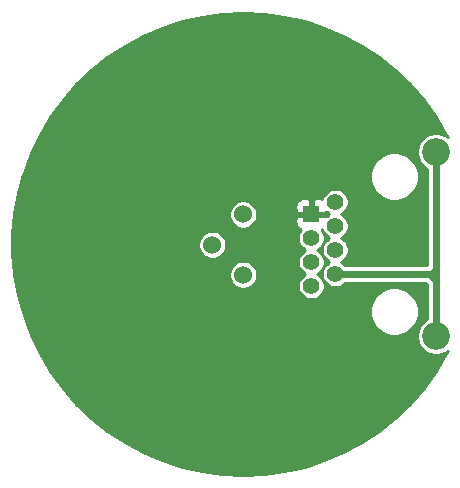
<source format=gbr>
%TF.GenerationSoftware,KiCad,Pcbnew,(5.1.8-0-10_14)*%
%TF.CreationDate,2021-03-11T09:36:11+11:00*%
%TF.ProjectId,Sensor,53656e73-6f72-42e6-9b69-6361645f7063,rev?*%
%TF.SameCoordinates,Original*%
%TF.FileFunction,Copper,L1,Top*%
%TF.FilePolarity,Positive*%
%FSLAX46Y46*%
G04 Gerber Fmt 4.6, Leading zero omitted, Abs format (unit mm)*
G04 Created by KiCad (PCBNEW (5.1.8-0-10_14)) date 2021-03-11 09:36:11*
%MOMM*%
%LPD*%
G01*
G04 APERTURE LIST*
%TA.AperFunction,ComponentPad*%
%ADD10C,1.524000*%
%TD*%
%TA.AperFunction,ComponentPad*%
%ADD11C,2.355000*%
%TD*%
%TA.AperFunction,ComponentPad*%
%ADD12C,1.398000*%
%TD*%
%TA.AperFunction,ComponentPad*%
%ADD13R,1.398000X1.398000*%
%TD*%
%TA.AperFunction,ViaPad*%
%ADD14C,0.800000*%
%TD*%
%TA.AperFunction,Conductor*%
%ADD15C,0.600000*%
%TD*%
%TA.AperFunction,Conductor*%
%ADD16C,0.254000*%
%TD*%
%TA.AperFunction,Conductor*%
%ADD17C,0.100000*%
%TD*%
G04 APERTURE END LIST*
D10*
%TO.P,D1,2*%
%TO.N,/AnalogGND*%
X208000000Y-83660000D03*
%TO.P,D1,3*%
%TO.N,Net-(C2-Pad2)*%
X210600000Y-86200000D03*
%TO.P,D1,1*%
%TO.N,/AnalogGND*%
X210600000Y-81100000D03*
%TD*%
D11*
%TO.P,J1,S2*%
%TO.N,/SensorGND*%
X226910000Y-75800000D03*
%TO.P,J1,S1*%
X226910000Y-91400000D03*
D12*
%TO.P,J1,8*%
X218400000Y-86135000D03*
%TO.P,J1,7*%
%TO.N,Net-(J1-Pad7)*%
X216370000Y-87155000D03*
%TO.P,J1,6*%
%TO.N,/Fout*%
X216370000Y-85125000D03*
%TO.P,J1,5*%
%TO.N,Net-(J1-Pad5)*%
X216370000Y-83095000D03*
%TO.P,J1,4*%
%TO.N,/AnalogGND*%
X218400000Y-84105000D03*
%TO.P,J1,3*%
%TO.N,Net-(J1-Pad3)*%
X218400000Y-82075000D03*
%TO.P,J1,2*%
%TO.N,Net-(J1-Pad2)*%
X218400000Y-80045000D03*
D13*
%TO.P,J1,1*%
%TO.N,/3.3V*%
X216370000Y-81065000D03*
%TD*%
D14*
%TO.N,/3.3V*%
X212600000Y-88800000D03*
X209200000Y-88600000D03*
%TD*%
D15*
%TO.N,/SensorGND*%
X218400000Y-86135000D02*
X226335000Y-86135000D01*
X226910000Y-86710000D02*
X226910000Y-91400000D01*
X226335000Y-86135000D02*
X226910000Y-86710000D01*
X226485000Y-86135000D02*
X226910000Y-85710000D01*
X226335000Y-86135000D02*
X226485000Y-86135000D01*
X226910000Y-85710000D02*
X226910000Y-75800000D01*
X226910000Y-86710000D02*
X226910000Y-85710000D01*
%TD*%
D16*
%TO.N,/3.3V*%
X212352269Y-64130695D02*
X214090430Y-64366144D01*
X215800488Y-64756454D01*
X217468675Y-65298481D01*
X219081559Y-65987861D01*
X220626155Y-66819043D01*
X222090026Y-67785336D01*
X223461386Y-68878959D01*
X224729194Y-70091107D01*
X225883242Y-71412021D01*
X226914238Y-72831066D01*
X227813881Y-74336815D01*
X227911459Y-74539439D01*
X227670016Y-74378111D01*
X227378015Y-74257161D01*
X227068029Y-74195500D01*
X226751971Y-74195500D01*
X226441985Y-74257161D01*
X226149984Y-74378111D01*
X225887191Y-74553704D01*
X225663704Y-74777191D01*
X225488111Y-75039984D01*
X225367161Y-75331985D01*
X225305500Y-75641971D01*
X225305500Y-75958029D01*
X225367161Y-76268015D01*
X225488111Y-76560016D01*
X225663704Y-76822809D01*
X225887191Y-77046296D01*
X226149984Y-77221889D01*
X226183001Y-77235565D01*
X226183000Y-85408000D01*
X219265404Y-85408000D01*
X219117783Y-85260379D01*
X218933361Y-85137152D01*
X218891952Y-85120000D01*
X218933361Y-85102848D01*
X219117783Y-84979621D01*
X219274621Y-84822783D01*
X219397848Y-84638361D01*
X219482728Y-84433442D01*
X219526000Y-84215901D01*
X219526000Y-83994099D01*
X219482728Y-83776558D01*
X219397848Y-83571639D01*
X219274621Y-83387217D01*
X219117783Y-83230379D01*
X218933361Y-83107152D01*
X218891952Y-83090000D01*
X218933361Y-83072848D01*
X219117783Y-82949621D01*
X219274621Y-82792783D01*
X219397848Y-82608361D01*
X219482728Y-82403442D01*
X219526000Y-82185901D01*
X219526000Y-81964099D01*
X219482728Y-81746558D01*
X219397848Y-81541639D01*
X219274621Y-81357217D01*
X219117783Y-81200379D01*
X218933361Y-81077152D01*
X218891952Y-81060000D01*
X218933361Y-81042848D01*
X219117783Y-80919621D01*
X219274621Y-80762783D01*
X219397848Y-80578361D01*
X219482728Y-80373442D01*
X219526000Y-80155901D01*
X219526000Y-79934099D01*
X219482728Y-79716558D01*
X219397848Y-79511639D01*
X219274621Y-79327217D01*
X219117783Y-79170379D01*
X218933361Y-79047152D01*
X218728442Y-78962272D01*
X218510901Y-78919000D01*
X218289099Y-78919000D01*
X218071558Y-78962272D01*
X217866639Y-79047152D01*
X217682217Y-79170379D01*
X217525379Y-79327217D01*
X217402152Y-79511639D01*
X217317272Y-79716558D01*
X217305795Y-79774258D01*
X217193482Y-79740188D01*
X217069000Y-79727928D01*
X216655750Y-79731000D01*
X216497000Y-79889750D01*
X216497000Y-80938000D01*
X217545250Y-80938000D01*
X217622923Y-80860327D01*
X217682217Y-80919621D01*
X217866639Y-81042848D01*
X217908048Y-81060000D01*
X217866639Y-81077152D01*
X217682217Y-81200379D01*
X217617923Y-81264673D01*
X217545250Y-81192000D01*
X216497000Y-81192000D01*
X216497000Y-81212000D01*
X216243000Y-81212000D01*
X216243000Y-81192000D01*
X215194750Y-81192000D01*
X215036000Y-81350750D01*
X215032928Y-81764000D01*
X215045188Y-81888482D01*
X215081498Y-82008180D01*
X215140463Y-82118494D01*
X215219815Y-82215185D01*
X215316506Y-82294537D01*
X215426820Y-82353502D01*
X215497618Y-82374978D01*
X215495379Y-82377217D01*
X215372152Y-82561639D01*
X215287272Y-82766558D01*
X215244000Y-82984099D01*
X215244000Y-83205901D01*
X215287272Y-83423442D01*
X215372152Y-83628361D01*
X215495379Y-83812783D01*
X215652217Y-83969621D01*
X215836639Y-84092848D01*
X215878048Y-84110000D01*
X215836639Y-84127152D01*
X215652217Y-84250379D01*
X215495379Y-84407217D01*
X215372152Y-84591639D01*
X215287272Y-84796558D01*
X215244000Y-85014099D01*
X215244000Y-85235901D01*
X215287272Y-85453442D01*
X215372152Y-85658361D01*
X215495379Y-85842783D01*
X215652217Y-85999621D01*
X215836639Y-86122848D01*
X215878048Y-86140000D01*
X215836639Y-86157152D01*
X215652217Y-86280379D01*
X215495379Y-86437217D01*
X215372152Y-86621639D01*
X215287272Y-86826558D01*
X215244000Y-87044099D01*
X215244000Y-87265901D01*
X215287272Y-87483442D01*
X215372152Y-87688361D01*
X215495379Y-87872783D01*
X215652217Y-88029621D01*
X215836639Y-88152848D01*
X216041558Y-88237728D01*
X216259099Y-88281000D01*
X216480901Y-88281000D01*
X216698442Y-88237728D01*
X216903361Y-88152848D01*
X217087783Y-88029621D01*
X217244621Y-87872783D01*
X217367848Y-87688361D01*
X217452728Y-87483442D01*
X217496000Y-87265901D01*
X217496000Y-87044099D01*
X217452728Y-86826558D01*
X217367848Y-86621639D01*
X217244621Y-86437217D01*
X217087783Y-86280379D01*
X216903361Y-86157152D01*
X216861952Y-86140000D01*
X216903361Y-86122848D01*
X217087783Y-85999621D01*
X217244621Y-85842783D01*
X217367848Y-85658361D01*
X217452728Y-85453442D01*
X217496000Y-85235901D01*
X217496000Y-85014099D01*
X217452728Y-84796558D01*
X217367848Y-84591639D01*
X217244621Y-84407217D01*
X217087783Y-84250379D01*
X216903361Y-84127152D01*
X216861952Y-84110000D01*
X216903361Y-84092848D01*
X217087783Y-83969621D01*
X217244621Y-83812783D01*
X217367848Y-83628361D01*
X217452728Y-83423442D01*
X217496000Y-83205901D01*
X217496000Y-82984099D01*
X217452728Y-82766558D01*
X217367848Y-82561639D01*
X217244621Y-82377217D01*
X217242382Y-82374978D01*
X217307671Y-82355173D01*
X217317272Y-82403442D01*
X217402152Y-82608361D01*
X217525379Y-82792783D01*
X217682217Y-82949621D01*
X217866639Y-83072848D01*
X217908048Y-83090000D01*
X217866639Y-83107152D01*
X217682217Y-83230379D01*
X217525379Y-83387217D01*
X217402152Y-83571639D01*
X217317272Y-83776558D01*
X217274000Y-83994099D01*
X217274000Y-84215901D01*
X217317272Y-84433442D01*
X217402152Y-84638361D01*
X217525379Y-84822783D01*
X217682217Y-84979621D01*
X217866639Y-85102848D01*
X217908048Y-85120000D01*
X217866639Y-85137152D01*
X217682217Y-85260379D01*
X217525379Y-85417217D01*
X217402152Y-85601639D01*
X217317272Y-85806558D01*
X217274000Y-86024099D01*
X217274000Y-86245901D01*
X217317272Y-86463442D01*
X217402152Y-86668361D01*
X217525379Y-86852783D01*
X217682217Y-87009621D01*
X217866639Y-87132848D01*
X218071558Y-87217728D01*
X218289099Y-87261000D01*
X218510901Y-87261000D01*
X218728442Y-87217728D01*
X218933361Y-87132848D01*
X219117783Y-87009621D01*
X219265404Y-86862000D01*
X226033867Y-86862000D01*
X226183000Y-87011133D01*
X226183001Y-89964435D01*
X226149984Y-89978111D01*
X225887191Y-90153704D01*
X225663704Y-90377191D01*
X225488111Y-90639984D01*
X225367161Y-90931985D01*
X225305500Y-91241971D01*
X225305500Y-91558029D01*
X225367161Y-91868015D01*
X225488111Y-92160016D01*
X225663704Y-92422809D01*
X225887191Y-92646296D01*
X226149984Y-92821889D01*
X226441985Y-92942839D01*
X226751971Y-93004500D01*
X227068029Y-93004500D01*
X227378015Y-92942839D01*
X227670016Y-92821889D01*
X227911459Y-92660561D01*
X227813881Y-92863185D01*
X226914238Y-94368934D01*
X225883242Y-95787979D01*
X224729194Y-97108893D01*
X223461386Y-98321041D01*
X222090026Y-99414664D01*
X220626155Y-100380957D01*
X219081559Y-101212139D01*
X217468675Y-101901519D01*
X215800488Y-102443546D01*
X214090430Y-102833856D01*
X212352269Y-103069305D01*
X210600000Y-103148000D01*
X208847731Y-103069305D01*
X207109570Y-102833856D01*
X205399512Y-102443546D01*
X203731325Y-101901519D01*
X202118441Y-101212139D01*
X200573845Y-100380957D01*
X199109974Y-99414664D01*
X197738614Y-98321041D01*
X196470806Y-97108893D01*
X195316758Y-95787979D01*
X194285762Y-94368934D01*
X193386119Y-92863185D01*
X192625071Y-91282853D01*
X192008747Y-89640664D01*
X191863093Y-89112896D01*
X221348000Y-89112896D01*
X221348000Y-89517104D01*
X221426857Y-89913546D01*
X221581541Y-90286987D01*
X221806107Y-90623074D01*
X222091926Y-90908893D01*
X222428013Y-91133459D01*
X222801454Y-91288143D01*
X223197896Y-91367000D01*
X223602104Y-91367000D01*
X223998546Y-91288143D01*
X224371987Y-91133459D01*
X224708074Y-90908893D01*
X224993893Y-90623074D01*
X225218459Y-90286987D01*
X225373143Y-89913546D01*
X225452000Y-89517104D01*
X225452000Y-89112896D01*
X225373143Y-88716454D01*
X225218459Y-88343013D01*
X224993893Y-88006926D01*
X224708074Y-87721107D01*
X224371987Y-87496541D01*
X223998546Y-87341857D01*
X223602104Y-87263000D01*
X223197896Y-87263000D01*
X222801454Y-87341857D01*
X222428013Y-87496541D01*
X222091926Y-87721107D01*
X221806107Y-88006926D01*
X221581541Y-88343013D01*
X221426857Y-88716454D01*
X221348000Y-89112896D01*
X191863093Y-89112896D01*
X191542109Y-87949839D01*
X191228914Y-86223992D01*
X191216215Y-86082894D01*
X209411000Y-86082894D01*
X209411000Y-86317106D01*
X209456693Y-86546818D01*
X209546322Y-86763203D01*
X209676443Y-86957943D01*
X209842057Y-87123557D01*
X210036797Y-87253678D01*
X210253182Y-87343307D01*
X210482894Y-87389000D01*
X210717106Y-87389000D01*
X210946818Y-87343307D01*
X211163203Y-87253678D01*
X211357943Y-87123557D01*
X211523557Y-86957943D01*
X211653678Y-86763203D01*
X211743307Y-86546818D01*
X211789000Y-86317106D01*
X211789000Y-86082894D01*
X211743307Y-85853182D01*
X211653678Y-85636797D01*
X211523557Y-85442057D01*
X211357943Y-85276443D01*
X211163203Y-85146322D01*
X210946818Y-85056693D01*
X210717106Y-85011000D01*
X210482894Y-85011000D01*
X210253182Y-85056693D01*
X210036797Y-85146322D01*
X209842057Y-85276443D01*
X209676443Y-85442057D01*
X209546322Y-85636797D01*
X209456693Y-85853182D01*
X209411000Y-86082894D01*
X191216215Y-86082894D01*
X191071684Y-84477018D01*
X191071684Y-83542894D01*
X206811000Y-83542894D01*
X206811000Y-83777106D01*
X206856693Y-84006818D01*
X206946322Y-84223203D01*
X207076443Y-84417943D01*
X207242057Y-84583557D01*
X207436797Y-84713678D01*
X207653182Y-84803307D01*
X207882894Y-84849000D01*
X208117106Y-84849000D01*
X208346818Y-84803307D01*
X208563203Y-84713678D01*
X208757943Y-84583557D01*
X208923557Y-84417943D01*
X209053678Y-84223203D01*
X209143307Y-84006818D01*
X209189000Y-83777106D01*
X209189000Y-83542894D01*
X209143307Y-83313182D01*
X209053678Y-83096797D01*
X208923557Y-82902057D01*
X208757943Y-82736443D01*
X208563203Y-82606322D01*
X208346818Y-82516693D01*
X208117106Y-82471000D01*
X207882894Y-82471000D01*
X207653182Y-82516693D01*
X207436797Y-82606322D01*
X207242057Y-82736443D01*
X207076443Y-82902057D01*
X206946322Y-83096797D01*
X206856693Y-83313182D01*
X206811000Y-83542894D01*
X191071684Y-83542894D01*
X191071684Y-82722982D01*
X191228294Y-80982894D01*
X209411000Y-80982894D01*
X209411000Y-81217106D01*
X209456693Y-81446818D01*
X209546322Y-81663203D01*
X209676443Y-81857943D01*
X209842057Y-82023557D01*
X210036797Y-82153678D01*
X210253182Y-82243307D01*
X210482894Y-82289000D01*
X210717106Y-82289000D01*
X210946818Y-82243307D01*
X211163203Y-82153678D01*
X211357943Y-82023557D01*
X211523557Y-81857943D01*
X211653678Y-81663203D01*
X211743307Y-81446818D01*
X211789000Y-81217106D01*
X211789000Y-80982894D01*
X211743307Y-80753182D01*
X211653678Y-80536797D01*
X211539556Y-80366000D01*
X215032928Y-80366000D01*
X215036000Y-80779250D01*
X215194750Y-80938000D01*
X216243000Y-80938000D01*
X216243000Y-79889750D01*
X216084250Y-79731000D01*
X215671000Y-79727928D01*
X215546518Y-79740188D01*
X215426820Y-79776498D01*
X215316506Y-79835463D01*
X215219815Y-79914815D01*
X215140463Y-80011506D01*
X215081498Y-80121820D01*
X215045188Y-80241518D01*
X215032928Y-80366000D01*
X211539556Y-80366000D01*
X211523557Y-80342057D01*
X211357943Y-80176443D01*
X211163203Y-80046322D01*
X210946818Y-79956693D01*
X210717106Y-79911000D01*
X210482894Y-79911000D01*
X210253182Y-79956693D01*
X210036797Y-80046322D01*
X209842057Y-80176443D01*
X209676443Y-80342057D01*
X209546322Y-80536797D01*
X209456693Y-80753182D01*
X209411000Y-80982894D01*
X191228294Y-80982894D01*
X191228914Y-80976008D01*
X191542109Y-79250161D01*
X191974646Y-77682896D01*
X221348000Y-77682896D01*
X221348000Y-78087104D01*
X221426857Y-78483546D01*
X221581541Y-78856987D01*
X221806107Y-79193074D01*
X222091926Y-79478893D01*
X222428013Y-79703459D01*
X222801454Y-79858143D01*
X223197896Y-79937000D01*
X223602104Y-79937000D01*
X223998546Y-79858143D01*
X224371987Y-79703459D01*
X224708074Y-79478893D01*
X224993893Y-79193074D01*
X225218459Y-78856987D01*
X225373143Y-78483546D01*
X225452000Y-78087104D01*
X225452000Y-77682896D01*
X225373143Y-77286454D01*
X225218459Y-76913013D01*
X224993893Y-76576926D01*
X224708074Y-76291107D01*
X224371987Y-76066541D01*
X223998546Y-75911857D01*
X223602104Y-75833000D01*
X223197896Y-75833000D01*
X222801454Y-75911857D01*
X222428013Y-76066541D01*
X222091926Y-76291107D01*
X221806107Y-76576926D01*
X221581541Y-76913013D01*
X221426857Y-77286454D01*
X221348000Y-77682896D01*
X191974646Y-77682896D01*
X192008747Y-77559336D01*
X192625071Y-75917147D01*
X193386119Y-74336815D01*
X194285762Y-72831066D01*
X195316758Y-71412021D01*
X196470806Y-70091107D01*
X197738614Y-68878959D01*
X199109974Y-67785336D01*
X200573845Y-66819043D01*
X202118441Y-65987861D01*
X203731325Y-65298481D01*
X205399512Y-64756454D01*
X207109570Y-64366144D01*
X208847731Y-64130695D01*
X210600000Y-64052000D01*
X212352269Y-64130695D01*
%TA.AperFunction,Conductor*%
D17*
G36*
X212352269Y-64130695D02*
G01*
X214090430Y-64366144D01*
X215800488Y-64756454D01*
X217468675Y-65298481D01*
X219081559Y-65987861D01*
X220626155Y-66819043D01*
X222090026Y-67785336D01*
X223461386Y-68878959D01*
X224729194Y-70091107D01*
X225883242Y-71412021D01*
X226914238Y-72831066D01*
X227813881Y-74336815D01*
X227911459Y-74539439D01*
X227670016Y-74378111D01*
X227378015Y-74257161D01*
X227068029Y-74195500D01*
X226751971Y-74195500D01*
X226441985Y-74257161D01*
X226149984Y-74378111D01*
X225887191Y-74553704D01*
X225663704Y-74777191D01*
X225488111Y-75039984D01*
X225367161Y-75331985D01*
X225305500Y-75641971D01*
X225305500Y-75958029D01*
X225367161Y-76268015D01*
X225488111Y-76560016D01*
X225663704Y-76822809D01*
X225887191Y-77046296D01*
X226149984Y-77221889D01*
X226183001Y-77235565D01*
X226183000Y-85408000D01*
X219265404Y-85408000D01*
X219117783Y-85260379D01*
X218933361Y-85137152D01*
X218891952Y-85120000D01*
X218933361Y-85102848D01*
X219117783Y-84979621D01*
X219274621Y-84822783D01*
X219397848Y-84638361D01*
X219482728Y-84433442D01*
X219526000Y-84215901D01*
X219526000Y-83994099D01*
X219482728Y-83776558D01*
X219397848Y-83571639D01*
X219274621Y-83387217D01*
X219117783Y-83230379D01*
X218933361Y-83107152D01*
X218891952Y-83090000D01*
X218933361Y-83072848D01*
X219117783Y-82949621D01*
X219274621Y-82792783D01*
X219397848Y-82608361D01*
X219482728Y-82403442D01*
X219526000Y-82185901D01*
X219526000Y-81964099D01*
X219482728Y-81746558D01*
X219397848Y-81541639D01*
X219274621Y-81357217D01*
X219117783Y-81200379D01*
X218933361Y-81077152D01*
X218891952Y-81060000D01*
X218933361Y-81042848D01*
X219117783Y-80919621D01*
X219274621Y-80762783D01*
X219397848Y-80578361D01*
X219482728Y-80373442D01*
X219526000Y-80155901D01*
X219526000Y-79934099D01*
X219482728Y-79716558D01*
X219397848Y-79511639D01*
X219274621Y-79327217D01*
X219117783Y-79170379D01*
X218933361Y-79047152D01*
X218728442Y-78962272D01*
X218510901Y-78919000D01*
X218289099Y-78919000D01*
X218071558Y-78962272D01*
X217866639Y-79047152D01*
X217682217Y-79170379D01*
X217525379Y-79327217D01*
X217402152Y-79511639D01*
X217317272Y-79716558D01*
X217305795Y-79774258D01*
X217193482Y-79740188D01*
X217069000Y-79727928D01*
X216655750Y-79731000D01*
X216497000Y-79889750D01*
X216497000Y-80938000D01*
X217545250Y-80938000D01*
X217622923Y-80860327D01*
X217682217Y-80919621D01*
X217866639Y-81042848D01*
X217908048Y-81060000D01*
X217866639Y-81077152D01*
X217682217Y-81200379D01*
X217617923Y-81264673D01*
X217545250Y-81192000D01*
X216497000Y-81192000D01*
X216497000Y-81212000D01*
X216243000Y-81212000D01*
X216243000Y-81192000D01*
X215194750Y-81192000D01*
X215036000Y-81350750D01*
X215032928Y-81764000D01*
X215045188Y-81888482D01*
X215081498Y-82008180D01*
X215140463Y-82118494D01*
X215219815Y-82215185D01*
X215316506Y-82294537D01*
X215426820Y-82353502D01*
X215497618Y-82374978D01*
X215495379Y-82377217D01*
X215372152Y-82561639D01*
X215287272Y-82766558D01*
X215244000Y-82984099D01*
X215244000Y-83205901D01*
X215287272Y-83423442D01*
X215372152Y-83628361D01*
X215495379Y-83812783D01*
X215652217Y-83969621D01*
X215836639Y-84092848D01*
X215878048Y-84110000D01*
X215836639Y-84127152D01*
X215652217Y-84250379D01*
X215495379Y-84407217D01*
X215372152Y-84591639D01*
X215287272Y-84796558D01*
X215244000Y-85014099D01*
X215244000Y-85235901D01*
X215287272Y-85453442D01*
X215372152Y-85658361D01*
X215495379Y-85842783D01*
X215652217Y-85999621D01*
X215836639Y-86122848D01*
X215878048Y-86140000D01*
X215836639Y-86157152D01*
X215652217Y-86280379D01*
X215495379Y-86437217D01*
X215372152Y-86621639D01*
X215287272Y-86826558D01*
X215244000Y-87044099D01*
X215244000Y-87265901D01*
X215287272Y-87483442D01*
X215372152Y-87688361D01*
X215495379Y-87872783D01*
X215652217Y-88029621D01*
X215836639Y-88152848D01*
X216041558Y-88237728D01*
X216259099Y-88281000D01*
X216480901Y-88281000D01*
X216698442Y-88237728D01*
X216903361Y-88152848D01*
X217087783Y-88029621D01*
X217244621Y-87872783D01*
X217367848Y-87688361D01*
X217452728Y-87483442D01*
X217496000Y-87265901D01*
X217496000Y-87044099D01*
X217452728Y-86826558D01*
X217367848Y-86621639D01*
X217244621Y-86437217D01*
X217087783Y-86280379D01*
X216903361Y-86157152D01*
X216861952Y-86140000D01*
X216903361Y-86122848D01*
X217087783Y-85999621D01*
X217244621Y-85842783D01*
X217367848Y-85658361D01*
X217452728Y-85453442D01*
X217496000Y-85235901D01*
X217496000Y-85014099D01*
X217452728Y-84796558D01*
X217367848Y-84591639D01*
X217244621Y-84407217D01*
X217087783Y-84250379D01*
X216903361Y-84127152D01*
X216861952Y-84110000D01*
X216903361Y-84092848D01*
X217087783Y-83969621D01*
X217244621Y-83812783D01*
X217367848Y-83628361D01*
X217452728Y-83423442D01*
X217496000Y-83205901D01*
X217496000Y-82984099D01*
X217452728Y-82766558D01*
X217367848Y-82561639D01*
X217244621Y-82377217D01*
X217242382Y-82374978D01*
X217307671Y-82355173D01*
X217317272Y-82403442D01*
X217402152Y-82608361D01*
X217525379Y-82792783D01*
X217682217Y-82949621D01*
X217866639Y-83072848D01*
X217908048Y-83090000D01*
X217866639Y-83107152D01*
X217682217Y-83230379D01*
X217525379Y-83387217D01*
X217402152Y-83571639D01*
X217317272Y-83776558D01*
X217274000Y-83994099D01*
X217274000Y-84215901D01*
X217317272Y-84433442D01*
X217402152Y-84638361D01*
X217525379Y-84822783D01*
X217682217Y-84979621D01*
X217866639Y-85102848D01*
X217908048Y-85120000D01*
X217866639Y-85137152D01*
X217682217Y-85260379D01*
X217525379Y-85417217D01*
X217402152Y-85601639D01*
X217317272Y-85806558D01*
X217274000Y-86024099D01*
X217274000Y-86245901D01*
X217317272Y-86463442D01*
X217402152Y-86668361D01*
X217525379Y-86852783D01*
X217682217Y-87009621D01*
X217866639Y-87132848D01*
X218071558Y-87217728D01*
X218289099Y-87261000D01*
X218510901Y-87261000D01*
X218728442Y-87217728D01*
X218933361Y-87132848D01*
X219117783Y-87009621D01*
X219265404Y-86862000D01*
X226033867Y-86862000D01*
X226183000Y-87011133D01*
X226183001Y-89964435D01*
X226149984Y-89978111D01*
X225887191Y-90153704D01*
X225663704Y-90377191D01*
X225488111Y-90639984D01*
X225367161Y-90931985D01*
X225305500Y-91241971D01*
X225305500Y-91558029D01*
X225367161Y-91868015D01*
X225488111Y-92160016D01*
X225663704Y-92422809D01*
X225887191Y-92646296D01*
X226149984Y-92821889D01*
X226441985Y-92942839D01*
X226751971Y-93004500D01*
X227068029Y-93004500D01*
X227378015Y-92942839D01*
X227670016Y-92821889D01*
X227911459Y-92660561D01*
X227813881Y-92863185D01*
X226914238Y-94368934D01*
X225883242Y-95787979D01*
X224729194Y-97108893D01*
X223461386Y-98321041D01*
X222090026Y-99414664D01*
X220626155Y-100380957D01*
X219081559Y-101212139D01*
X217468675Y-101901519D01*
X215800488Y-102443546D01*
X214090430Y-102833856D01*
X212352269Y-103069305D01*
X210600000Y-103148000D01*
X208847731Y-103069305D01*
X207109570Y-102833856D01*
X205399512Y-102443546D01*
X203731325Y-101901519D01*
X202118441Y-101212139D01*
X200573845Y-100380957D01*
X199109974Y-99414664D01*
X197738614Y-98321041D01*
X196470806Y-97108893D01*
X195316758Y-95787979D01*
X194285762Y-94368934D01*
X193386119Y-92863185D01*
X192625071Y-91282853D01*
X192008747Y-89640664D01*
X191863093Y-89112896D01*
X221348000Y-89112896D01*
X221348000Y-89517104D01*
X221426857Y-89913546D01*
X221581541Y-90286987D01*
X221806107Y-90623074D01*
X222091926Y-90908893D01*
X222428013Y-91133459D01*
X222801454Y-91288143D01*
X223197896Y-91367000D01*
X223602104Y-91367000D01*
X223998546Y-91288143D01*
X224371987Y-91133459D01*
X224708074Y-90908893D01*
X224993893Y-90623074D01*
X225218459Y-90286987D01*
X225373143Y-89913546D01*
X225452000Y-89517104D01*
X225452000Y-89112896D01*
X225373143Y-88716454D01*
X225218459Y-88343013D01*
X224993893Y-88006926D01*
X224708074Y-87721107D01*
X224371987Y-87496541D01*
X223998546Y-87341857D01*
X223602104Y-87263000D01*
X223197896Y-87263000D01*
X222801454Y-87341857D01*
X222428013Y-87496541D01*
X222091926Y-87721107D01*
X221806107Y-88006926D01*
X221581541Y-88343013D01*
X221426857Y-88716454D01*
X221348000Y-89112896D01*
X191863093Y-89112896D01*
X191542109Y-87949839D01*
X191228914Y-86223992D01*
X191216215Y-86082894D01*
X209411000Y-86082894D01*
X209411000Y-86317106D01*
X209456693Y-86546818D01*
X209546322Y-86763203D01*
X209676443Y-86957943D01*
X209842057Y-87123557D01*
X210036797Y-87253678D01*
X210253182Y-87343307D01*
X210482894Y-87389000D01*
X210717106Y-87389000D01*
X210946818Y-87343307D01*
X211163203Y-87253678D01*
X211357943Y-87123557D01*
X211523557Y-86957943D01*
X211653678Y-86763203D01*
X211743307Y-86546818D01*
X211789000Y-86317106D01*
X211789000Y-86082894D01*
X211743307Y-85853182D01*
X211653678Y-85636797D01*
X211523557Y-85442057D01*
X211357943Y-85276443D01*
X211163203Y-85146322D01*
X210946818Y-85056693D01*
X210717106Y-85011000D01*
X210482894Y-85011000D01*
X210253182Y-85056693D01*
X210036797Y-85146322D01*
X209842057Y-85276443D01*
X209676443Y-85442057D01*
X209546322Y-85636797D01*
X209456693Y-85853182D01*
X209411000Y-86082894D01*
X191216215Y-86082894D01*
X191071684Y-84477018D01*
X191071684Y-83542894D01*
X206811000Y-83542894D01*
X206811000Y-83777106D01*
X206856693Y-84006818D01*
X206946322Y-84223203D01*
X207076443Y-84417943D01*
X207242057Y-84583557D01*
X207436797Y-84713678D01*
X207653182Y-84803307D01*
X207882894Y-84849000D01*
X208117106Y-84849000D01*
X208346818Y-84803307D01*
X208563203Y-84713678D01*
X208757943Y-84583557D01*
X208923557Y-84417943D01*
X209053678Y-84223203D01*
X209143307Y-84006818D01*
X209189000Y-83777106D01*
X209189000Y-83542894D01*
X209143307Y-83313182D01*
X209053678Y-83096797D01*
X208923557Y-82902057D01*
X208757943Y-82736443D01*
X208563203Y-82606322D01*
X208346818Y-82516693D01*
X208117106Y-82471000D01*
X207882894Y-82471000D01*
X207653182Y-82516693D01*
X207436797Y-82606322D01*
X207242057Y-82736443D01*
X207076443Y-82902057D01*
X206946322Y-83096797D01*
X206856693Y-83313182D01*
X206811000Y-83542894D01*
X191071684Y-83542894D01*
X191071684Y-82722982D01*
X191228294Y-80982894D01*
X209411000Y-80982894D01*
X209411000Y-81217106D01*
X209456693Y-81446818D01*
X209546322Y-81663203D01*
X209676443Y-81857943D01*
X209842057Y-82023557D01*
X210036797Y-82153678D01*
X210253182Y-82243307D01*
X210482894Y-82289000D01*
X210717106Y-82289000D01*
X210946818Y-82243307D01*
X211163203Y-82153678D01*
X211357943Y-82023557D01*
X211523557Y-81857943D01*
X211653678Y-81663203D01*
X211743307Y-81446818D01*
X211789000Y-81217106D01*
X211789000Y-80982894D01*
X211743307Y-80753182D01*
X211653678Y-80536797D01*
X211539556Y-80366000D01*
X215032928Y-80366000D01*
X215036000Y-80779250D01*
X215194750Y-80938000D01*
X216243000Y-80938000D01*
X216243000Y-79889750D01*
X216084250Y-79731000D01*
X215671000Y-79727928D01*
X215546518Y-79740188D01*
X215426820Y-79776498D01*
X215316506Y-79835463D01*
X215219815Y-79914815D01*
X215140463Y-80011506D01*
X215081498Y-80121820D01*
X215045188Y-80241518D01*
X215032928Y-80366000D01*
X211539556Y-80366000D01*
X211523557Y-80342057D01*
X211357943Y-80176443D01*
X211163203Y-80046322D01*
X210946818Y-79956693D01*
X210717106Y-79911000D01*
X210482894Y-79911000D01*
X210253182Y-79956693D01*
X210036797Y-80046322D01*
X209842057Y-80176443D01*
X209676443Y-80342057D01*
X209546322Y-80536797D01*
X209456693Y-80753182D01*
X209411000Y-80982894D01*
X191228294Y-80982894D01*
X191228914Y-80976008D01*
X191542109Y-79250161D01*
X191974646Y-77682896D01*
X221348000Y-77682896D01*
X221348000Y-78087104D01*
X221426857Y-78483546D01*
X221581541Y-78856987D01*
X221806107Y-79193074D01*
X222091926Y-79478893D01*
X222428013Y-79703459D01*
X222801454Y-79858143D01*
X223197896Y-79937000D01*
X223602104Y-79937000D01*
X223998546Y-79858143D01*
X224371987Y-79703459D01*
X224708074Y-79478893D01*
X224993893Y-79193074D01*
X225218459Y-78856987D01*
X225373143Y-78483546D01*
X225452000Y-78087104D01*
X225452000Y-77682896D01*
X225373143Y-77286454D01*
X225218459Y-76913013D01*
X224993893Y-76576926D01*
X224708074Y-76291107D01*
X224371987Y-76066541D01*
X223998546Y-75911857D01*
X223602104Y-75833000D01*
X223197896Y-75833000D01*
X222801454Y-75911857D01*
X222428013Y-76066541D01*
X222091926Y-76291107D01*
X221806107Y-76576926D01*
X221581541Y-76913013D01*
X221426857Y-77286454D01*
X221348000Y-77682896D01*
X191974646Y-77682896D01*
X192008747Y-77559336D01*
X192625071Y-75917147D01*
X193386119Y-74336815D01*
X194285762Y-72831066D01*
X195316758Y-71412021D01*
X196470806Y-70091107D01*
X197738614Y-68878959D01*
X199109974Y-67785336D01*
X200573845Y-66819043D01*
X202118441Y-65987861D01*
X203731325Y-65298481D01*
X205399512Y-64756454D01*
X207109570Y-64366144D01*
X208847731Y-64130695D01*
X210600000Y-64052000D01*
X212352269Y-64130695D01*
G37*
%TD.AperFunction*%
%TD*%
M02*

</source>
